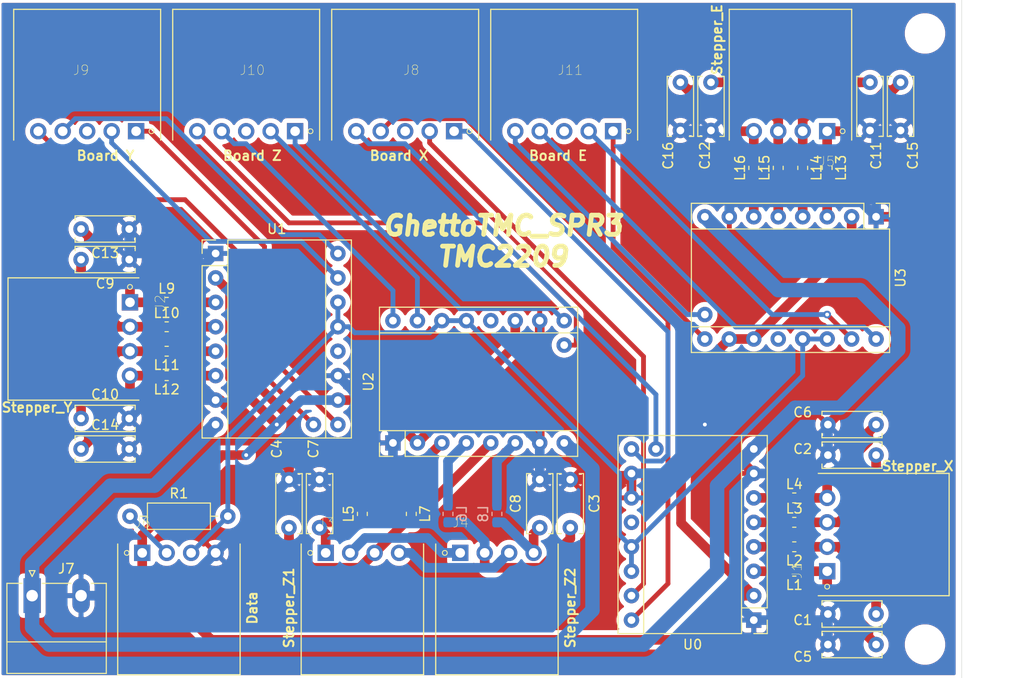
<source format=kicad_pcb>
(kicad_pcb (version 20171130) (host pcbnew "(5.1.5)-3")
  (layers (0 F.Cu signal) (31 B.Cu signal) (34 B.Paste user hide) (35 F.Paste user hide) (36 B.SilkS user hide) (37 F.SilkS user) (38 B.Mask user hide) (39 F.Mask user hide) (44 Edge.Cuts user hide))
  (net 0 "")
  (net 1 X_1a)
  (net 2 GND)
  (net 3 X_2a)
  (net 4 Z_1a)
  (net 5 Z_2a)
  (net 6 X_1b)
  (net 7 X_2b)
  (net 8 Z_1b)
  (net 9 Z_2b)
  (net 10 Y_1a)
  (net 11 Y_2a)
  (net 12 E_1a)
  (net 13 E_2a)
  (net 14 Y_1b)
  (net 15 Y_2b)
  (net 16 E_1b)
  (net 17 E_2b)
  (net 18 "Net-(J3-Pad2)")
  (net 19 "Net-(J3-Pad4)")
  (net 20 +5V)
  (net 21 "Net-(J6-Pad2)")
  (net 22 UART)
  (net 23 +24V)
  (net 24 X_EN)
  (net 25 X_STEP)
  (net 26 "Net-(J8-Pad3)")
  (net 27 X_DIR)
  (net 28 X_DIAG)
  (net 29 Y_EN)
  (net 30 Y_STEP)
  (net 31 "Net-(J9-Pad3)")
  (net 32 Y_DIR)
  (net 33 Y_DIAG)
  (net 34 Z_EN)
  (net 35 Z_STEP)
  (net 36 "Net-(J10-Pad3)")
  (net 37 Z_DIR)
  (net 38 Z_DIAG)
  (net 39 E_EN)
  (net 40 E_STEP)
  (net 41 "Net-(J11-Pad3)")
  (net 42 E_DIR)
  (net 43 E_DIAG)
  (net 44 "Net-(L1-Pad2)")
  (net 45 "Net-(L2-Pad2)")
  (net 46 "Net-(L3-Pad1)")
  (net 47 "Net-(L4-Pad1)")
  (net 48 "Net-(L5-Pad2)")
  (net 49 "Net-(L6-Pad2)")
  (net 50 "Net-(L7-Pad1)")
  (net 51 "Net-(L8-Pad1)")
  (net 52 "Net-(L9-Pad2)")
  (net 53 "Net-(L10-Pad2)")
  (net 54 "Net-(L11-Pad1)")
  (net 55 "Net-(L12-Pad1)")
  (net 56 "Net-(L13-Pad2)")
  (net 57 "Net-(L14-Pad2)")
  (net 58 "Net-(L15-Pad1)")
  (net 59 "Net-(L16-Pad1)")
  (net 60 "Net-(U0-Pad12)")
  (net 61 "Net-(U1-Pad12)")
  (net 62 "Net-(U2-Pad12)")
  (net 63 "Net-(U3-Pad12)")
  (module MountingHole:MountingHole_3.2mm_M3 (layer F.Cu) (at 166.37 80.01)
    (fp_text reference M2 hide)
    (fp_text value MountingHole_3.2mm_M3)
    (pad 1 np_thru_hole circle (at 0 0) (size 3.2 3.2) (drill 3.2) (layers *.Cu *.Mask))
  )
  (module MountingHole:MountingHole_3.2mm_M3 (layer F.Cu) (at 166.37 143.51)
    (fp_text reference M1 hide)
    (fp_text value MountingHole_3.2mm_M3)
    (pad 1 np_thru_hole circle (at 0 0) (size 3.2 3.2) (drill 3.2) (layers *.Cu *.Mask))
  )
  (module GhettoTMC:SilentStepStick_TMC2209_Breakout (layer F.Cu) (at 161.29 99.06 270)
    (fp_text reference U3 (at 6.35 -2.54 90) (layer F.SilkS))
    (fp_text value SilentStepStick_TMC2209)
    (pad 17 thru_hole oval (at 10.16 17.78 270) (size 1.6 1.6) (drill 0.8) (layers *.Cu *.Mask) (net 43 E_DIAG))
    (pad 1 thru_hole rect (at 0 0 270) (size 1.6 1.6) (drill 0.8) (layers *.Cu *.Mask) (net 2 GND))
    (pad 9 thru_hole oval (at 12.7 17.78 270) (size 1.6 1.6) (drill 0.8) (layers *.Cu *.Mask) (net 39 E_EN))
    (pad 2 thru_hole oval (at 0 2.54 270) (size 1.6 1.6) (drill 0.8) (layers *.Cu *.Mask) (net 20 +5V))
    (pad 10 thru_hole oval (at 12.7 15.24 270) (size 1.6 1.6) (drill 0.8) (layers *.Cu *.Mask) (net 20 +5V))
    (pad 3 thru_hole oval (at 0 5.08 270) (size 1.6 1.6) (drill 0.8) (layers *.Cu *.Mask) (net 56 "Net-(L13-Pad2)"))
    (pad 11 thru_hole oval (at 12.7 12.7 270) (size 1.6 1.6) (drill 0.8) (layers *.Cu *.Mask) (net 20 +5V))
    (pad 4 thru_hole oval (at 0 7.62 270) (size 1.6 1.6) (drill 0.8) (layers *.Cu *.Mask) (net 57 "Net-(L14-Pad2)"))
    (pad 12 thru_hole oval (at 12.7 10.16 270) (size 1.6 1.6) (drill 0.8) (layers *.Cu *.Mask) (net 63 "Net-(U3-Pad12)"))
    (pad 5 thru_hole oval (at 0 10.16 270) (size 1.6 1.6) (drill 0.8) (layers *.Cu *.Mask) (net 58 "Net-(L15-Pad1)"))
    (pad 13 thru_hole oval (at 12.7 7.62 270) (size 1.6 1.6) (drill 0.8) (layers *.Cu *.Mask) (net 22 UART))
    (pad 6 thru_hole oval (at 0 12.7 270) (size 1.6 1.6) (drill 0.8) (layers *.Cu *.Mask) (net 59 "Net-(L16-Pad1)"))
    (pad 14 thru_hole oval (at 12.7 5.08 270) (size 1.6 1.6) (drill 0.8) (layers *.Cu *.Mask) (net 22 UART))
    (pad 7 thru_hole oval (at 0 15.24 270) (size 1.6 1.6) (drill 0.8) (layers *.Cu *.Mask) (net 2 GND))
    (pad 15 thru_hole oval (at 12.7 2.54 270) (size 1.6 1.6) (drill 0.8) (layers *.Cu *.Mask) (net 40 E_STEP))
    (pad 8 thru_hole oval (at 0 17.78 270) (size 1.6 1.6) (drill 0.8) (layers *.Cu *.Mask) (net 23 +24V))
    (pad 16 thru_hole oval (at 12.7 0 270) (size 1.6 1.6) (drill 0.8) (layers *.Cu *.Mask) (net 42 E_DIR) (clearance 0.75))
  )
  (module GhettoTMC:SilentStepStick_TMC2209_Breakout (layer F.Cu) (at 111.125 122.555 90)
    (fp_text reference U2 (at 6.35 -2.54 90) (layer F.SilkS))
    (fp_text value SilentStepStick_TMC2209)
    (pad 17 thru_hole oval (at 10.16 17.78 90) (size 1.6 1.6) (drill 0.8) (layers *.Cu *.Mask) (net 38 Z_DIAG))
    (pad 1 thru_hole rect (at 0 0 90) (size 1.6 1.6) (drill 0.8) (layers *.Cu *.Mask) (net 2 GND))
    (pad 9 thru_hole oval (at 12.7 17.78 90) (size 1.6 1.6) (drill 0.8) (layers *.Cu *.Mask) (net 34 Z_EN))
    (pad 2 thru_hole oval (at 0 2.54 90) (size 1.6 1.6) (drill 0.8) (layers *.Cu *.Mask) (net 20 +5V))
    (pad 10 thru_hole oval (at 12.7 15.24 90) (size 1.6 1.6) (drill 0.8) (layers *.Cu *.Mask) (net 2 GND))
    (pad 3 thru_hole oval (at 0 5.08 90) (size 1.6 1.6) (drill 0.8) (layers *.Cu *.Mask) (net 48 "Net-(L5-Pad2)"))
    (pad 11 thru_hole oval (at 12.7 12.7 90) (size 1.6 1.6) (drill 0.8) (layers *.Cu *.Mask) (net 20 +5V))
    (pad 4 thru_hole oval (at 0 7.62 90) (size 1.6 1.6) (drill 0.8) (layers *.Cu *.Mask) (net 49 "Net-(L6-Pad2)"))
    (pad 12 thru_hole oval (at 12.7 10.16 90) (size 1.6 1.6) (drill 0.8) (layers *.Cu *.Mask) (net 62 "Net-(U2-Pad12)"))
    (pad 5 thru_hole oval (at 0 10.16 90) (size 1.6 1.6) (drill 0.8) (layers *.Cu *.Mask) (net 50 "Net-(L7-Pad1)"))
    (pad 13 thru_hole oval (at 12.7 7.62 90) (size 1.6 1.6) (drill 0.8) (layers *.Cu *.Mask) (net 22 UART))
    (pad 6 thru_hole oval (at 0 12.7 90) (size 1.6 1.6) (drill 0.8) (layers *.Cu *.Mask) (net 51 "Net-(L8-Pad1)"))
    (pad 14 thru_hole oval (at 12.7 5.08 90) (size 1.6 1.6) (drill 0.8) (layers *.Cu *.Mask) (net 22 UART))
    (pad 7 thru_hole oval (at 0 15.24 90) (size 1.6 1.6) (drill 0.8) (layers *.Cu *.Mask) (net 2 GND))
    (pad 15 thru_hole oval (at 12.7 2.54 90) (size 1.6 1.6) (drill 0.8) (layers *.Cu *.Mask) (net 35 Z_STEP))
    (pad 8 thru_hole oval (at 0 17.78 90) (size 1.6 1.6) (drill 0.8) (layers *.Cu *.Mask) (net 23 +24V))
    (pad 16 thru_hole oval (at 12.7 0 90) (size 1.6 1.6) (drill 0.8) (layers *.Cu *.Mask) (net 37 Z_DIR))
  )
  (module GhettoTMC:SilentStepStick_TMC2209_Breakout (layer F.Cu) (at 92.71 102.87)
    (fp_text reference U1 (at 6.35 -2.54) (layer F.SilkS))
    (fp_text value SilentStepStick_TMC2209)
    (pad 17 thru_hole oval (at 10.16 17.78) (size 1.6 1.6) (drill 0.8) (layers *.Cu *.Mask) (net 33 Y_DIAG))
    (pad 1 thru_hole rect (at 0 0) (size 1.6 1.6) (drill 0.8) (layers *.Cu *.Mask) (net 2 GND))
    (pad 9 thru_hole oval (at 12.7 17.78) (size 1.6 1.6) (drill 0.8) (layers *.Cu *.Mask) (net 29 Y_EN))
    (pad 2 thru_hole oval (at 0 2.54) (size 1.6 1.6) (drill 0.8) (layers *.Cu *.Mask) (net 20 +5V))
    (pad 10 thru_hole oval (at 12.7 15.24) (size 1.6 1.6) (drill 0.8) (layers *.Cu *.Mask) (net 20 +5V))
    (pad 3 thru_hole oval (at 0 5.08) (size 1.6 1.6) (drill 0.8) (layers *.Cu *.Mask) (net 52 "Net-(L9-Pad2)"))
    (pad 11 thru_hole oval (at 12.7 12.7) (size 1.6 1.6) (drill 0.8) (layers *.Cu *.Mask) (net 2 GND))
    (pad 4 thru_hole oval (at 0 7.62) (size 1.6 1.6) (drill 0.8) (layers *.Cu *.Mask) (net 53 "Net-(L10-Pad2)"))
    (pad 12 thru_hole oval (at 12.7 10.16) (size 1.6 1.6) (drill 0.8) (layers *.Cu *.Mask) (net 61 "Net-(U1-Pad12)"))
    (pad 5 thru_hole oval (at 0 10.16) (size 1.6 1.6) (drill 0.8) (layers *.Cu *.Mask) (net 54 "Net-(L11-Pad1)"))
    (pad 13 thru_hole oval (at 12.7 7.62) (size 1.6 1.6) (drill 0.8) (layers *.Cu *.Mask) (net 22 UART))
    (pad 6 thru_hole oval (at 0 12.7) (size 1.6 1.6) (drill 0.8) (layers *.Cu *.Mask) (net 55 "Net-(L12-Pad1)"))
    (pad 14 thru_hole oval (at 12.7 5.08) (size 1.6 1.6) (drill 0.8) (layers *.Cu *.Mask) (net 22 UART))
    (pad 7 thru_hole oval (at 0 15.24) (size 1.6 1.6) (drill 0.8) (layers *.Cu *.Mask) (net 2 GND))
    (pad 15 thru_hole oval (at 12.7 2.54) (size 1.6 1.6) (drill 0.8) (layers *.Cu *.Mask) (net 30 Y_STEP))
    (pad 8 thru_hole oval (at 0 17.78) (size 1.6 1.6) (drill 0.8) (layers *.Cu *.Mask) (net 23 +24V))
    (pad 16 thru_hole oval (at 12.7 0) (size 1.6 1.6) (drill 0.8) (layers *.Cu *.Mask) (net 32 Y_DIR))
  )
  (module GhettoTMC:SilentStepStick_TMC2209_Breakout (layer F.Cu) (at 148.59 140.97 180)
    (fp_text reference U0 (at 6.35 -2.54) (layer F.SilkS))
    (fp_text value SilentStepStick_TMC2209)
    (pad 17 thru_hole oval (at 10.16 17.78 180) (size 1.6 1.6) (drill 0.8) (layers *.Cu *.Mask) (net 28 X_DIAG))
    (pad 1 thru_hole rect (at 0 0 180) (size 1.6 1.6) (drill 0.8) (layers *.Cu *.Mask) (net 2 GND))
    (pad 9 thru_hole oval (at 12.7 17.78 180) (size 1.6 1.6) (drill 0.8) (layers *.Cu *.Mask) (net 24 X_EN))
    (pad 2 thru_hole oval (at 0 2.54 180) (size 1.6 1.6) (drill 0.8) (layers *.Cu *.Mask) (net 20 +5V))
    (pad 10 thru_hole oval (at 12.7 15.24 180) (size 1.6 1.6) (drill 0.8) (layers *.Cu *.Mask) (net 2 GND))
    (pad 3 thru_hole oval (at 0 5.08 180) (size 1.6 1.6) (drill 0.8) (layers *.Cu *.Mask) (net 44 "Net-(L1-Pad2)"))
    (pad 11 thru_hole oval (at 12.7 12.7 180) (size 1.6 1.6) (drill 0.8) (layers *.Cu *.Mask) (net 2 GND))
    (pad 4 thru_hole oval (at 0 7.62 180) (size 1.6 1.6) (drill 0.8) (layers *.Cu *.Mask) (net 45 "Net-(L2-Pad2)"))
    (pad 12 thru_hole oval (at 12.7 10.16 180) (size 1.6 1.6) (drill 0.8) (layers *.Cu *.Mask) (net 60 "Net-(U0-Pad12)"))
    (pad 5 thru_hole oval (at 0 10.16 180) (size 1.6 1.6) (drill 0.8) (layers *.Cu *.Mask) (net 46 "Net-(L3-Pad1)"))
    (pad 13 thru_hole oval (at 12.7 7.62 180) (size 1.6 1.6) (drill 0.8) (layers *.Cu *.Mask) (net 22 UART))
    (pad 6 thru_hole oval (at 0 12.7 180) (size 1.6 1.6) (drill 0.8) (layers *.Cu *.Mask) (net 47 "Net-(L4-Pad1)"))
    (pad 14 thru_hole oval (at 12.7 5.08 180) (size 1.6 1.6) (drill 0.8) (layers *.Cu *.Mask) (net 22 UART))
    (pad 7 thru_hole oval (at 0 15.24 180) (size 1.6 1.6) (drill 0.8) (layers *.Cu *.Mask) (net 2 GND))
    (pad 15 thru_hole oval (at 12.7 2.54 180) (size 1.6 1.6) (drill 0.8) (layers *.Cu *.Mask) (net 25 X_STEP))
    (pad 8 thru_hole oval (at 0 17.78 180) (size 1.6 1.6) (drill 0.8) (layers *.Cu *.Mask) (net 23 +24V))
    (pad 16 thru_hole oval (at 12.7 0 180) (size 1.6 1.6) (drill 0.8) (layers *.Cu *.Mask) (net 27 X_DIR) (clearance 0.75))
  )
  (module Resistor_THT:R_Axial_DIN0207_L6.3mm_D2.5mm_P10.16mm_Horizontal (layer F.Cu) (at 83.82 130.175)
    (fp_text reference R1 (at 5.08 -2.37) (layer F.SilkS))
    (fp_text value 1K)
    (pad 2 thru_hole oval (at 10.16 0) (size 1.6 1.6) (drill 0.8) (layers *.Cu *.Mask) (net 22 UART))
    (pad 1 thru_hole circle (at 0 0) (size 1.6 1.6) (drill 0.8) (layers *.Cu *.Mask) (net 21 "Net-(J6-Pad2)"))
  )
  (module Inductor_SMD:L_0603_1608Metric_Pad1.05x0.95mm_HandSolder (layer F.Cu) (at 148.59 93.98 90)
    (fp_text reference L16 (at 0 -1.43 90) (layer F.SilkS))
    (fp_text value BLM18KG121TN1D)
    (pad 2 smd roundrect (at 0.875 0 90) (size 1.05 0.95) (layers F.Cu F.Paste F.Mask) (net 17 E_2b))
    (pad 1 smd roundrect (at -0.875 0 90) (size 1.05 0.95) (layers F.Cu F.Paste F.Mask) (net 59 "Net-(L16-Pad1)"))
  )
  (module Inductor_SMD:L_0603_1608Metric_Pad1.05x0.95mm_HandSolder (layer F.Cu) (at 151.13 93.98 90)
    (fp_text reference L15 (at 0 -1.43 90) (layer F.SilkS))
    (fp_text value BLM18KG121TN1D)
    (pad 2 smd roundrect (at 0.875 0 90) (size 1.05 0.95) (layers F.Cu F.Paste F.Mask) (net 13 E_2a))
    (pad 1 smd roundrect (at -0.875 0 90) (size 1.05 0.95) (layers F.Cu F.Paste F.Mask) (net 58 "Net-(L15-Pad1)"))
  )
  (module Inductor_SMD:L_0603_1608Metric_Pad1.05x0.95mm_HandSolder (layer F.Cu) (at 153.67 93.98 270)
    (fp_text reference L14 (at 0 -1.43 90) (layer F.SilkS))
    (fp_text value BLM18KG121TN1D)
    (pad 2 smd roundrect (at 0.875 0 270) (size 1.05 0.95) (layers F.Cu F.Paste F.Mask) (net 57 "Net-(L14-Pad2)"))
    (pad 1 smd roundrect (at -0.875 0 270) (size 1.05 0.95) (layers F.Cu F.Paste F.Mask) (net 12 E_1a))
  )
  (module Inductor_SMD:L_0603_1608Metric_Pad1.05x0.95mm_HandSolder (layer F.Cu) (at 156.21 93.98 270)
    (fp_text reference L13 (at 0 -1.43 90) (layer F.SilkS))
    (fp_text value BLM18KG121TN1D)
    (pad 2 smd roundrect (at 0.875 0 270) (size 1.05 0.95) (layers F.Cu F.Paste F.Mask) (net 56 "Net-(L13-Pad2)"))
    (pad 1 smd roundrect (at -0.875 0 270) (size 1.05 0.95) (layers F.Cu F.Paste F.Mask) (net 16 E_1b))
  )
  (module Inductor_SMD:L_0603_1608Metric_Pad1.05x0.95mm_HandSolder (layer F.Cu) (at 87.63 115.57 180)
    (fp_text reference L12 (at 0 -1.43) (layer F.SilkS))
    (fp_text value BLM18KG121TN1D)
    (pad 2 smd roundrect (at 0.875 0 180) (size 1.05 0.95) (layers F.Cu F.Paste F.Mask) (net 15 Y_2b))
    (pad 1 smd roundrect (at -0.875 0 180) (size 1.05 0.95) (layers F.Cu F.Paste F.Mask) (net 55 "Net-(L12-Pad1)"))
  )
  (module Inductor_SMD:L_0603_1608Metric_Pad1.05x0.95mm_HandSolder (layer F.Cu) (at 87.63 113.03 180)
    (fp_text reference L11 (at 0 -1.43) (layer F.SilkS))
    (fp_text value BLM18KG121TN1D)
    (pad 2 smd roundrect (at 0.875 0 180) (size 1.05 0.95) (layers F.Cu F.Paste F.Mask) (net 11 Y_2a))
    (pad 1 smd roundrect (at -0.875 0 180) (size 1.05 0.95) (layers F.Cu F.Paste F.Mask) (net 54 "Net-(L11-Pad1)"))
  )
  (module Inductor_SMD:L_0603_1608Metric_Pad1.05x0.95mm_HandSolder (layer F.Cu) (at 87.63 110.49)
    (fp_text reference L10 (at 0 -1.43) (layer F.SilkS))
    (fp_text value BLM18KG121TN1D)
    (pad 2 smd roundrect (at 0.875 0) (size 1.05 0.95) (layers F.Cu F.Paste F.Mask) (net 53 "Net-(L10-Pad2)"))
    (pad 1 smd roundrect (at -0.875 0) (size 1.05 0.95) (layers F.Cu F.Paste F.Mask) (net 10 Y_1a))
  )
  (module Inductor_SMD:L_0603_1608Metric_Pad1.05x0.95mm_HandSolder (layer F.Cu) (at 87.63 107.95)
    (fp_text reference L9 (at 0 -1.43) (layer F.SilkS))
    (fp_text value BLM18KG121TN1D)
    (pad 2 smd roundrect (at 0.875 0) (size 1.05 0.95) (layers F.Cu F.Paste F.Mask) (net 52 "Net-(L9-Pad2)"))
    (pad 1 smd roundrect (at -0.875 0) (size 1.05 0.95) (layers F.Cu F.Paste F.Mask) (net 14 Y_1b))
  )
  (module Inductor_SMD:L_0603_1608Metric_Pad1.05x0.95mm_HandSolder (layer B.Cu) (at 121.92 129.935 270)
    (fp_text reference L8 (at 0 1.43 270) (layer B.SilkS) (effects (justify mirror)))
    (fp_text value BLM18KG121TN1D)
    (pad 2 smd roundrect (at 0.875 0 270) (size 1.05 0.95) (layers B.Cu B.Paste B.Mask) (net 9 Z_2b))
    (pad 1 smd roundrect (at -0.875 0 270) (size 1.05 0.95) (layers B.Cu B.Paste B.Mask) (net 51 "Net-(L8-Pad1)"))
  )
  (module Inductor_SMD:L_0603_1608Metric_Pad1.05x0.95mm_HandSolder (layer F.Cu) (at 113.03 129.935 270)
    (fp_text reference L7 (at 0 -1.43 90) (layer F.SilkS))
    (fp_text value BLM18KG121TN1D)
    (pad 2 smd roundrect (at 0.875 0 270) (size 1.05 0.95) (layers F.Cu F.Paste F.Mask) (net 5 Z_2a))
    (pad 1 smd roundrect (at -0.875 0 270) (size 1.05 0.95) (layers F.Cu F.Paste F.Mask) (net 50 "Net-(L7-Pad1)"))
  )
  (module Inductor_SMD:L_0603_1608Metric_Pad1.05x0.95mm_HandSolder (layer B.Cu) (at 116.84 129.935 90)
    (fp_text reference L6 (at 0 1.43 270) (layer B.SilkS) (effects (justify mirror)))
    (fp_text value BLM18KG121TN1D)
    (pad 2 smd roundrect (at 0.875 0 90) (size 1.05 0.95) (layers B.Cu B.Paste B.Mask) (net 49 "Net-(L6-Pad2)"))
    (pad 1 smd roundrect (at -0.875 0 90) (size 1.05 0.95) (layers B.Cu B.Paste B.Mask) (net 4 Z_1a))
  )
  (module Inductor_SMD:L_0603_1608Metric_Pad1.05x0.95mm_HandSolder (layer F.Cu) (at 107.95 129.935 90)
    (fp_text reference L5 (at 0 -1.43 90) (layer F.SilkS))
    (fp_text value BLM18KG121TN1D)
    (pad 2 smd roundrect (at 0.875 0 90) (size 1.05 0.95) (layers F.Cu F.Paste F.Mask) (net 48 "Net-(L5-Pad2)"))
    (pad 1 smd roundrect (at -0.875 0 90) (size 1.05 0.95) (layers F.Cu F.Paste F.Mask) (net 8 Z_1b))
  )
  (module Inductor_SMD:L_0603_1608Metric_Pad1.05x0.95mm_HandSolder (layer F.Cu) (at 152.795 128.27)
    (fp_text reference L4 (at 0 -1.43) (layer F.SilkS))
    (fp_text value BLM18KG121TN1D)
    (pad 2 smd roundrect (at 0.875 0) (size 1.05 0.95) (layers F.Cu F.Paste F.Mask) (net 7 X_2b))
    (pad 1 smd roundrect (at -0.875 0) (size 1.05 0.95) (layers F.Cu F.Paste F.Mask) (net 47 "Net-(L4-Pad1)"))
  )
  (module Inductor_SMD:L_0603_1608Metric_Pad1.05x0.95mm_HandSolder (layer F.Cu) (at 152.795 130.81)
    (fp_text reference L3 (at 0 -1.43) (layer F.SilkS))
    (fp_text value BLM18KG121TN1D)
    (pad 2 smd roundrect (at 0.875 0) (size 1.05 0.95) (layers F.Cu F.Paste F.Mask) (net 3 X_2a))
    (pad 1 smd roundrect (at -0.875 0) (size 1.05 0.95) (layers F.Cu F.Paste F.Mask) (net 46 "Net-(L3-Pad1)"))
  )
  (module Inductor_SMD:L_0603_1608Metric_Pad1.05x0.95mm_HandSolder (layer F.Cu) (at 152.795 133.35 180)
    (fp_text reference L2 (at 0 -1.43) (layer F.SilkS))
    (fp_text value BLM18KG121TN1D)
    (pad 2 smd roundrect (at 0.875 0 180) (size 1.05 0.95) (layers F.Cu F.Paste F.Mask) (net 45 "Net-(L2-Pad2)"))
    (pad 1 smd roundrect (at -0.875 0 180) (size 1.05 0.95) (layers F.Cu F.Paste F.Mask) (net 1 X_1a))
  )
  (module Inductor_SMD:L_0603_1608Metric_Pad1.05x0.95mm_HandSolder (layer F.Cu) (at 152.795 135.89 180)
    (fp_text reference L1 (at 0 -1.43) (layer F.SilkS))
    (fp_text value BLM18KG121TN1D)
    (pad 2 smd roundrect (at 0.875 0 180) (size 1.05 0.95) (layers F.Cu F.Paste F.Mask) (net 44 "Net-(L1-Pad2)"))
    (pad 1 smd roundrect (at -0.875 0 180) (size 1.05 0.95) (layers F.Cu F.Paste F.Mask) (net 6 X_1b))
  )
  (module GhettoTMC:MOLEX_70553-0039 (layer F.Cu) (at 133.985 90.17 180)
    (fp_text reference J11 (at 4.445 6.35) (layer F.SilkS) (effects (font (size 1.00093 1.00093) (thickness 0.05))))
    (fp_text value "Board E" (at 5.715 -2.54) (layer F.SilkS) (effects (font (size 1.0005 1.0005) (thickness 0.2))))
    (pad 1 thru_hole rect (at 0 0 180) (size 1.7 1.7) (drill 1) (layers *.Cu *.Mask) (net 39 E_EN))
    (pad 2 thru_hole circle (at 2.54 0 180) (size 1.7 1.7) (drill 1) (layers *.Cu *.Mask) (net 40 E_STEP))
    (pad 3 thru_hole circle (at 5.08 0 180) (size 1.7 1.7) (drill 1) (layers *.Cu *.Mask) (net 41 "Net-(J11-Pad3)"))
    (pad 4 thru_hole circle (at 7.62 0 180) (size 1.7 1.7) (drill 1) (layers *.Cu *.Mask) (net 42 E_DIR))
    (pad 5 thru_hole circle (at 10.16 0 180) (size 1.7 1.7) (drill 1) (layers *.Cu *.Mask) (net 43 E_DIAG))
  )
  (module GhettoTMC:MOLEX_70553-0039 (layer F.Cu) (at 100.965 90.17 180)
    (fp_text reference J10 (at 4.445 6.35) (layer F.SilkS) (effects (font (size 1.00093 1.00093) (thickness 0.05))))
    (fp_text value "Board Z" (at 4.445 -2.54) (layer F.SilkS) (effects (font (size 1.0005 1.0005) (thickness 0.2))))
    (pad 1 thru_hole rect (at 0 0 180) (size 1.7 1.7) (drill 1) (layers *.Cu *.Mask) (net 34 Z_EN))
    (pad 2 thru_hole circle (at 2.54 0 180) (size 1.7 1.7) (drill 1) (layers *.Cu *.Mask) (net 35 Z_STEP))
    (pad 3 thru_hole circle (at 5.08 0 180) (size 1.7 1.7) (drill 1) (layers *.Cu *.Mask) (net 36 "Net-(J10-Pad3)"))
    (pad 4 thru_hole circle (at 7.62 0 180) (size 1.7 1.7) (drill 1) (layers *.Cu *.Mask) (net 37 Z_DIR))
    (pad 5 thru_hole circle (at 10.16 0 180) (size 1.7 1.7) (drill 1) (layers *.Cu *.Mask) (net 38 Z_DIAG))
  )
  (module GhettoTMC:MOLEX_70553-0039 (layer F.Cu) (at 84.455 90.17 180)
    (fp_text reference J9 (at 5.715 6.35) (layer F.SilkS) (effects (font (size 1.00093 1.00093) (thickness 0.05))))
    (fp_text value "Board Y" (at 3.175 -2.54) (layer F.SilkS) (effects (font (size 1.0005 1.0005) (thickness 0.2))))
    (pad 1 thru_hole rect (at 0 0 180) (size 1.7 1.7) (drill 1) (layers *.Cu *.Mask) (net 29 Y_EN))
    (pad 2 thru_hole circle (at 2.54 0 180) (size 1.7 1.7) (drill 1) (layers *.Cu *.Mask) (net 30 Y_STEP))
    (pad 3 thru_hole circle (at 5.08 0 180) (size 1.7 1.7) (drill 1) (layers *.Cu *.Mask) (net 31 "Net-(J9-Pad3)"))
    (pad 4 thru_hole circle (at 7.62 0 180) (size 1.7 1.7) (drill 1) (layers *.Cu *.Mask) (net 32 Y_DIR))
    (pad 5 thru_hole circle (at 10.16 0 180) (size 1.7 1.7) (drill 1) (layers *.Cu *.Mask) (net 33 Y_DIAG))
  )
  (module GhettoTMC:MOLEX_70553-0039 (layer F.Cu) (at 117.475 90.17 180)
    (fp_text reference J8 (at 4.445 6.35) (layer F.SilkS) (effects (font (size 1.00093 1.00093) (thickness 0.05))))
    (fp_text value "Board X" (at 5.715 -2.54) (layer F.SilkS) (effects (font (size 1.0005 1.0005) (thickness 0.2))))
    (pad 1 thru_hole rect (at 0 0 180) (size 1.7 1.7) (drill 1) (layers *.Cu *.Mask) (net 24 X_EN))
    (pad 2 thru_hole circle (at 2.54 0 180) (size 1.7 1.7) (drill 1) (layers *.Cu *.Mask) (net 25 X_STEP))
    (pad 3 thru_hole circle (at 5.08 0 180) (size 1.7 1.7) (drill 1) (layers *.Cu *.Mask) (net 26 "Net-(J8-Pad3)"))
    (pad 4 thru_hole circle (at 7.62 0 180) (size 1.7 1.7) (drill 1) (layers *.Cu *.Mask) (net 27 X_DIR))
    (pad 5 thru_hole circle (at 10.16 0 180) (size 1.7 1.7) (drill 1) (layers *.Cu *.Mask) (net 28 X_DIAG))
  )
  (module GhettoTMC:PhoenixContact_MC-G_02x5.08mm_Angled (layer F.Cu) (at 73.66 138.43)
    (fp_text reference J7 (at 3.54 -2.8) (layer F.SilkS))
    (fp_text value "POWER IN")
    (pad 2 thru_hole oval (at 5.08 0) (size 1.8 3.6) (drill 1.2) (layers *.Cu *.Mask) (net 2 GND))
    (pad 1 thru_hole rect (at 0 0) (size 1.8 3.6) (drill 1.2) (layers *.Cu *.Mask) (net 23 +24V))
  )
  (module GhettoTMC:MOLEX_70553-0038 (layer F.Cu) (at 85.09 133.985)
    (fp_text reference J6 (at 0.04003 -3.13792) (layer F.SilkS) (effects (font (size 1.00093 1.00093) (thickness 0.05))))
    (fp_text value Data (at 11.43 5.715 90) (layer F.SilkS) (effects (font (size 1.0005 1.0005) (thickness 0.2))))
    (pad 1 thru_hole rect (at 0 0) (size 1.7 1.7) (drill 1) (layers *.Cu *.Mask) (net 20 +5V))
    (pad 2 thru_hole circle (at 2.54 0) (size 1.7 1.7) (drill 1) (layers *.Cu *.Mask) (net 21 "Net-(J6-Pad2)"))
    (pad 3 thru_hole circle (at 5.08 0) (size 1.7 1.7) (drill 1) (layers *.Cu *.Mask) (net 22 UART))
    (pad 4 thru_hole circle (at 7.62 0) (size 1.7 1.7) (drill 1) (layers *.Cu *.Mask) (net 2 GND))
  )
  (module GhettoTMC:MOLEX_70553-0038 (layer F.Cu) (at 156.21 90.17 180)
    (fp_text reference J5 (at 0.04003 -3.13792) (layer F.SilkS) (effects (font (size 1.00093 1.00093) (thickness 0.05))))
    (fp_text value Stepper_E (at 11.43 9.525 90) (layer F.SilkS) (effects (font (size 1.0005 1.0005) (thickness 0.2))))
    (pad 1 thru_hole rect (at 0 0 180) (size 1.7 1.7) (drill 1) (layers *.Cu *.Mask) (net 16 E_1b))
    (pad 2 thru_hole circle (at 2.54 0 180) (size 1.7 1.7) (drill 1) (layers *.Cu *.Mask) (net 12 E_1a))
    (pad 3 thru_hole circle (at 5.08 0 180) (size 1.7 1.7) (drill 1) (layers *.Cu *.Mask) (net 13 E_2a))
    (pad 4 thru_hole circle (at 7.62 0 180) (size 1.7 1.7) (drill 1) (layers *.Cu *.Mask) (net 17 E_2b))
  )
  (module GhettoTMC:MOLEX_70553-0038 (layer F.Cu) (at 118.11 133.985)
    (fp_text reference J4 (at 0.04003 -3.13792) (layer F.SilkS) (effects (font (size 1.00093 1.00093) (thickness 0.05))))
    (fp_text value Stepper_Z2 (at 11.43 5.715 90) (layer F.SilkS) (effects (font (size 1.0005 1.0005) (thickness 0.2))))
    (pad 1 thru_hole rect (at 0 0) (size 1.7 1.7) (drill 1) (layers *.Cu *.Mask) (net 18 "Net-(J3-Pad2)"))
    (pad 2 thru_hole circle (at 2.54 0) (size 1.7 1.7) (drill 1) (layers *.Cu *.Mask) (net 4 Z_1a))
    (pad 3 thru_hole circle (at 5.08 0) (size 1.7 1.7) (drill 1) (layers *.Cu *.Mask) (net 19 "Net-(J3-Pad4)"))
    (pad 4 thru_hole circle (at 7.62 0) (size 1.7 1.7) (drill 1) (layers *.Cu *.Mask) (net 9 Z_2b))
  )
  (module GhettoTMC:MOLEX_70553-0038 (layer F.Cu) (at 104.14 133.985)
    (fp_text reference J3 (at 0.04003 -3.13792) (layer F.SilkS) (effects (font (size 1.00093 1.00093) (thickness 0.05))))
    (fp_text value Stepper_Z1 (at -3.81 5.715 90) (layer F.SilkS) (effects (font (size 1.0005 1.0005) (thickness 0.2))))
    (pad 1 thru_hole rect (at 0 0) (size 1.7 1.7) (drill 1) (layers *.Cu *.Mask) (net 8 Z_1b))
    (pad 2 thru_hole circle (at 2.54 0) (size 1.7 1.7) (drill 1) (layers *.Cu *.Mask) (net 18 "Net-(J3-Pad2)"))
    (pad 3 thru_hole circle (at 5.08 0) (size 1.7 1.7) (drill 1) (layers *.Cu *.Mask) (net 5 Z_2a))
    (pad 4 thru_hole circle (at 7.62 0) (size 1.7 1.7) (drill 1) (layers *.Cu *.Mask) (net 19 "Net-(J3-Pad4)"))
  )
  (module GhettoTMC:MOLEX_70553-0038 (layer F.Cu) (at 83.82 107.95 270)
    (fp_text reference J2 (at 0.04003 -3.13792 90) (layer F.SilkS) (effects (font (size 1.00093 1.00093) (thickness 0.05))))
    (fp_text value Stepper_Y (at 10.922 9.652 180) (layer F.SilkS) (effects (font (size 1.0005 1.0005) (thickness 0.2))))
    (pad 1 thru_hole rect (at 0 0 270) (size 1.7 1.7) (drill 1) (layers *.Cu *.Mask) (net 14 Y_1b))
    (pad 2 thru_hole circle (at 2.54 0 270) (size 1.7 1.7) (drill 1) (layers *.Cu *.Mask) (net 10 Y_1a))
    (pad 3 thru_hole circle (at 5.08 0 270) (size 1.7 1.7) (drill 1) (layers *.Cu *.Mask) (net 11 Y_2a))
    (pad 4 thru_hole circle (at 7.62 0 270) (size 1.7 1.7) (drill 1) (layers *.Cu *.Mask) (net 15 Y_2b))
  )
  (module GhettoTMC:MOLEX_70553-0038 (layer F.Cu) (at 156.21 135.89 90)
    (fp_text reference J1 (at 0.04003 -3.13792 90) (layer F.SilkS) (effects (font (size 1.00093 1.00093) (thickness 0.05))))
    (fp_text value Stepper_X (at 10.922 9.398 180) (layer F.SilkS) (effects (font (size 1.0005 1.0005) (thickness 0.2))))
    (pad 1 thru_hole rect (at 0 0 90) (size 1.7 1.7) (drill 1) (layers *.Cu *.Mask) (net 6 X_1b))
    (pad 2 thru_hole circle (at 2.54 0 90) (size 1.7 1.7) (drill 1) (layers *.Cu *.Mask) (net 1 X_1a))
    (pad 3 thru_hole circle (at 5.08 0 90) (size 1.7 1.7) (drill 1) (layers *.Cu *.Mask) (net 3 X_2a))
    (pad 4 thru_hole circle (at 7.62 0 90) (size 1.7 1.7) (drill 1) (layers *.Cu *.Mask) (net 7 X_2b))
  )
  (module Capacitor_THT:C_Disc_D6.0mm_W2.5mm_P5.00mm (layer F.Cu) (at 140.97 85.09 270)
    (fp_text reference C16 (at 7.62 1.27 90) (layer F.SilkS))
    (fp_text value 1nF)
    (pad 2 thru_hole circle (at 5 0 270) (size 1.6 1.6) (drill 0.8) (layers *.Cu *.Mask) (net 2 GND))
    (pad 1 thru_hole circle (at 0 0 270) (size 1.6 1.6) (drill 0.8) (layers *.Cu *.Mask) (net 17 E_2b))
  )
  (module Capacitor_THT:C_Disc_D6.0mm_W2.5mm_P5.00mm (layer F.Cu) (at 163.83 90.09 90)
    (fp_text reference C15 (at -2.62 1.27 90) (layer F.SilkS))
    (fp_text value 1nF)
    (pad 2 thru_hole circle (at 5 0 90) (size 1.6 1.6) (drill 0.8) (layers *.Cu *.Mask) (net 16 E_1b))
    (pad 1 thru_hole circle (at 0 0 90) (size 1.6 1.6) (drill 0.8) (layers *.Cu *.Mask) (net 2 GND))
  )
  (module Capacitor_THT:C_Disc_D6.0mm_W2.5mm_P5.00mm (layer F.Cu) (at 78.74 123.19)
    (fp_text reference C14 (at 2.5 -2.5) (layer F.SilkS))
    (fp_text value 1nF)
    (pad 2 thru_hole circle (at 5 0) (size 1.6 1.6) (drill 0.8) (layers *.Cu *.Mask) (net 2 GND))
    (pad 1 thru_hole circle (at 0 0) (size 1.6 1.6) (drill 0.8) (layers *.Cu *.Mask) (net 15 Y_2b))
  )
  (module Capacitor_THT:C_Disc_D6.0mm_W2.5mm_P5.00mm (layer F.Cu) (at 83.74 100.33 180)
    (fp_text reference C13 (at 2.5 -2.5) (layer F.SilkS))
    (fp_text value 1nF)
    (pad 2 thru_hole circle (at 5 0 180) (size 1.6 1.6) (drill 0.8) (layers *.Cu *.Mask) (net 14 Y_1b))
    (pad 1 thru_hole circle (at 0 0 180) (size 1.6 1.6) (drill 0.8) (layers *.Cu *.Mask) (net 2 GND))
  )
  (module Capacitor_THT:C_Disc_D6.0mm_W2.5mm_P5.00mm (layer F.Cu) (at 144.145 85.09 270)
    (fp_text reference C12 (at 7.62 0.635 90) (layer F.SilkS))
    (fp_text value 1nF)
    (pad 2 thru_hole circle (at 5 0 270) (size 1.6 1.6) (drill 0.8) (layers *.Cu *.Mask) (net 2 GND))
    (pad 1 thru_hole circle (at 0 0 270) (size 1.6 1.6) (drill 0.8) (layers *.Cu *.Mask) (net 13 E_2a))
  )
  (module Capacitor_THT:C_Disc_D6.0mm_W2.5mm_P5.00mm (layer F.Cu) (at 160.655 90.09 90)
    (fp_text reference C11 (at -2.62 0.635 90) (layer F.SilkS))
    (fp_text value 1nF)
    (pad 2 thru_hole circle (at 5 0 90) (size 1.6 1.6) (drill 0.8) (layers *.Cu *.Mask) (net 12 E_1a))
    (pad 1 thru_hole circle (at 0 0 90) (size 1.6 1.6) (drill 0.8) (layers *.Cu *.Mask) (net 2 GND))
  )
  (module Capacitor_THT:C_Disc_D6.0mm_W2.5mm_P5.00mm (layer F.Cu) (at 78.74 120.015)
    (fp_text reference C10 (at 2.5 -2.5) (layer F.SilkS))
    (fp_text value 1nF)
    (pad 2 thru_hole circle (at 5 0) (size 1.6 1.6) (drill 0.8) (layers *.Cu *.Mask) (net 2 GND))
    (pad 1 thru_hole circle (at 0 0) (size 1.6 1.6) (drill 0.8) (layers *.Cu *.Mask) (net 11 Y_2a))
  )
  (module Capacitor_THT:C_Disc_D6.0mm_W2.5mm_P5.00mm (layer F.Cu) (at 83.74 103.505 180)
    (fp_text reference C9 (at 2.5 -2.5) (layer F.SilkS))
    (fp_text value 1nF)
    (pad 2 thru_hole circle (at 5 0 180) (size 1.6 1.6) (drill 0.8) (layers *.Cu *.Mask) (net 10 Y_1a))
    (pad 1 thru_hole circle (at 0 0 180) (size 1.6 1.6) (drill 0.8) (layers *.Cu *.Mask) (net 2 GND))
  )
  (module Capacitor_THT:C_Disc_D6.0mm_W2.5mm_P5.00mm (layer F.Cu) (at 126.365 131.365 90)
    (fp_text reference C8 (at 2.5 -2.5 90) (layer F.SilkS))
    (fp_text value 1nF)
    (pad 2 thru_hole circle (at 5 0 90) (size 1.6 1.6) (drill 0.8) (layers *.Cu *.Mask) (net 2 GND))
    (pad 1 thru_hole circle (at 0 0 90) (size 1.6 1.6) (drill 0.8) (layers *.Cu *.Mask) (net 9 Z_2b))
  )
  (module Capacitor_THT:C_Disc_D6.0mm_W2.5mm_P5.00mm (layer F.Cu) (at 103.505 126.365 270)
    (fp_text reference C7 (at -3.175 0.635 90) (layer F.SilkS))
    (fp_text value 1nF)
    (pad 2 thru_hole circle (at 5 0 270) (size 1.6 1.6) (drill 0.8) (layers *.Cu *.Mask) (net 8 Z_1b))
    (pad 1 thru_hole circle (at 0 0 270) (size 1.6 1.6) (drill 0.8) (layers *.Cu *.Mask) (net 2 GND))
  )
  (module Capacitor_THT:C_Disc_D6.0mm_W2.5mm_P5.00mm (layer F.Cu) (at 161.29 120.65 180)
    (fp_text reference C6 (at 7.62 1.27) (layer F.SilkS))
    (fp_text value 1nF)
    (pad 2 thru_hole circle (at 5 0 180) (size 1.6 1.6) (drill 0.8) (layers *.Cu *.Mask) (net 2 GND))
    (pad 1 thru_hole circle (at 0 0 180) (size 1.6 1.6) (drill 0.8) (layers *.Cu *.Mask) (net 7 X_2b))
  )
  (module Capacitor_THT:C_Disc_D6.0mm_W2.5mm_P5.00mm (layer F.Cu) (at 156.29 143.51)
    (fp_text reference C5 (at -2.62 1.27) (layer F.SilkS))
    (fp_text value 1nF)
    (pad 2 thru_hole circle (at 5 0) (size 1.6 1.6) (drill 0.8) (layers *.Cu *.Mask) (net 6 X_1b))
    (pad 1 thru_hole circle (at 0 0) (size 1.6 1.6) (drill 0.8) (layers *.Cu *.Mask) (net 2 GND))
  )
  (module Capacitor_THT:C_Disc_D6.0mm_W2.5mm_P5.00mm (layer F.Cu) (at 100.33 131.365 90)
    (fp_text reference C4 (at 8.175 -1.27 90) (layer F.SilkS))
    (fp_text value 1nF)
    (pad 1 thru_hole circle (at 0 0 90) (size 1.6 1.6) (drill 0.8) (layers *.Cu *.Mask) (net 5 Z_2a))
    (pad 2 thru_hole circle (at 5 0 90) (size 1.6 1.6) (drill 0.8) (layers *.Cu *.Mask) (net 2 GND))
  )
  (module Capacitor_THT:C_Disc_D6.0mm_W2.5mm_P5.00mm (layer F.Cu) (at 129.54 126.365 270)
    (fp_text reference C3 (at 2.5 -2.5 90) (layer F.SilkS))
    (fp_text value 1nF)
    (pad 2 thru_hole circle (at 5 0 270) (size 1.6 1.6) (drill 0.8) (layers *.Cu *.Mask) (net 4 Z_1a) (clearance 0.75))
    (pad 1 thru_hole circle (at 0 0 270) (size 1.6 1.6) (drill 0.8) (layers *.Cu *.Mask) (net 2 GND) (clearance 0.75))
  )
  (module Capacitor_THT:C_Disc_D6.0mm_W2.5mm_P5.00mm (layer F.Cu) (at 161.29 123.825 180)
    (fp_text reference C2 (at 7.62 0.635) (layer F.SilkS))
    (fp_text value 1nF)
    (pad 2 thru_hole circle (at 5 0 180) (size 1.6 1.6) (drill 0.8) (layers *.Cu *.Mask) (net 2 GND))
    (pad 1 thru_hole circle (at 0 0 180) (size 1.6 1.6) (drill 0.8) (layers *.Cu *.Mask) (net 3 X_2a))
  )
  (module Capacitor_THT:C_Disc_D6.0mm_W2.5mm_P5.00mm (layer F.Cu) (at 156.29 140.335)
    (fp_text reference C1 (at -2.62 0.635) (layer F.SilkS))
    (fp_text value 1nF)
    (pad 2 thru_hole circle (at 5 0) (size 1.6 1.6) (drill 0.8) (layers *.Cu *.Mask) (net 1 X_1a))
    (pad 1 thru_hole circle (at 0 0) (size 1.6 1.6) (drill 0.8) (layers *.Cu *.Mask) (net 2 GND))
  )
  (gr_text "GhettoTMC_SPR3\nTMC2209" (at 122.555 101.6) (layer F.SilkS) (effects (font (size 2 2) (thickness 0.5) italic)))
  (gr_line (start 69.85 147.32) (end 69.85 76.2) (layer Edge.Cuts) (width 0.05))
  (gr_line (start 170.18 147.32) (end 69.85 147.32) (layer Edge.Cuts) (width 0.05))
  (gr_line (start 170.18 76.2) (end 170.18 147.32) (layer Edge.Cuts) (width 0.05))
  (gr_line (start 69.85 76.2) (end 170.18 76.2) (layer Edge.Cuts) (width 0.05))
  (segment (start 153.67 133.35) (end 156.21 133.35) (width 1) (layer F.Cu) (net 1))
  (segment (start 161.29 139.20363) (end 161.29 140.335) (width 1) (layer F.Cu) (net 1))
  (segment (start 161.29 137.227919) (end 161.29 139.20363) (width 1) (layer F.Cu) (net 1))
  (segment (start 157.412081 133.35) (end 161.29 137.227919) (width 1) (layer F.Cu) (net 1))
  (segment (start 156.21 133.35) (end 157.412081 133.35) (width 1) (layer F.Cu) (net 1))
  (segment (start 146.05 91.995) (end 144.145 90.09) (width 1) (layer B.Cu) (net 2))
  (segment (start 146.05 99.06) (end 146.05 91.995) (width 1) (layer B.Cu) (net 2))
  (segment (start 144.145 90.09) (end 140.97 90.09) (width 1) (layer B.Cu) (net 2))
  (segment (start 161.29 90.725) (end 160.655 90.09) (width 1) (layer B.Cu) (net 2))
  (segment (start 161.29 99.06) (end 161.29 90.725) (width 1) (layer B.Cu) (net 2))
  (segment (start 160.655 90.09) (end 163.83 90.09) (width 1) (layer B.Cu) (net 2))
  (segment (start 154.385 125.73) (end 156.29 123.825) (width 1) (layer B.Cu) (net 2))
  (segment (start 148.59 125.73) (end 154.385 125.73) (width 1) (layer B.Cu) (net 2))
  (segment (start 156.29 123.825) (end 156.29 120.65) (width 1) (layer B.Cu) (net 2))
  (segment (start 155.655 140.97) (end 156.29 140.335) (width 1) (layer B.Cu) (net 2))
  (segment (start 148.59 140.97) (end 155.655 140.97) (width 1) (layer B.Cu) (net 2))
  (segment (start 156.29 140.335) (end 156.29 143.51) (width 1) (layer B.Cu) (net 2))
  (segment (start 126.365 122.555) (end 126.365 126.365) (width 1) (layer B.Cu) (net 2))
  (segment (start 126.365 126.365) (end 129.54 126.365) (width 1) (layer B.Cu) (net 2))
  (segment (start 109.115 126.365) (end 104.63637 126.365) (width 1) (layer B.Cu) (net 2))
  (segment (start 104.63637 126.365) (end 103.505 126.365) (width 1) (layer B.Cu) (net 2))
  (segment (start 111.125 124.355) (end 109.115 126.365) (width 1) (layer B.Cu) (net 2))
  (segment (start 111.125 122.555) (end 111.125 124.355) (width 1) (layer B.Cu) (net 2))
  (segment (start 103.505 126.365) (end 100.33 126.365) (width 1) (layer B.Cu) (net 2))
  (segment (start 85.645 118.11) (end 83.74 120.015) (width 1) (layer B.Cu) (net 2))
  (segment (start 92.71 118.11) (end 85.645 118.11) (width 1) (layer B.Cu) (net 2))
  (segment (start 84.375 102.87) (end 83.74 103.505) (width 1) (layer B.Cu) (net 2))
  (segment (start 92.71 102.87) (end 84.375 102.87) (width 1) (layer B.Cu) (net 2))
  (segment (start 83.74 103.505) (end 83.74 100.33) (width 1) (layer B.Cu) (net 2))
  (segment (start 88.265 138.43) (end 92.71 133.985) (width 1) (layer B.Cu) (net 2))
  (segment (start 78.74 138.43) (end 88.265 138.43) (width 1) (layer B.Cu) (net 2))
  (segment (start 92.71 133.985) (end 100.33 126.365) (width 1) (layer B.Cu) (net 2))
  (segment (start 93.20637 118.11) (end 92.71 118.11) (width 1) (layer F.Cu) (net 2))
  (segment (start 100.33 125.23363) (end 93.20637 118.11) (width 1) (layer F.Cu) (net 2))
  (segment (start 100.33 126.365) (end 100.33 125.23363) (width 1) (layer F.Cu) (net 2))
  (segment (start 91.209999 104.370001) (end 92.71 102.87) (width 1) (layer B.Cu) (net 2))
  (segment (start 91.209999 116.609999) (end 91.209999 104.370001) (width 1) (layer B.Cu) (net 2))
  (segment (start 92.71 118.11) (end 91.209999 116.609999) (width 1) (layer B.Cu) (net 2))
  (segment (start 112.625001 121.054999) (end 124.864999 121.054999) (width 1) (layer B.Cu) (net 2))
  (segment (start 125.565001 121.755001) (end 126.365 122.555) (width 1) (layer B.Cu) (net 2))
  (segment (start 124.864999 121.054999) (end 125.565001 121.755001) (width 1) (layer B.Cu) (net 2))
  (segment (start 111.125 122.555) (end 112.625001 121.054999) (width 1) (layer B.Cu) (net 2))
  (segment (start 135.89 128.27) (end 135.89 125.73) (width 1) (layer F.Cu) (net 2))
  (segment (start 135.255 126.365) (end 135.89 125.73) (width 1) (layer F.Cu) (net 2))
  (segment (start 129.54 126.365) (end 135.255 126.365) (width 1) (layer F.Cu) (net 2))
  (segment (start 147.089999 139.469999) (end 148.59 140.97) (width 1) (layer B.Cu) (net 2))
  (segment (start 147.089999 127.230001) (end 147.089999 139.469999) (width 1) (layer B.Cu) (net 2))
  (segment (start 148.59 125.73) (end 147.089999 127.230001) (width 1) (layer B.Cu) (net 2))
  (segment (start 163.340001 99.310001) (end 163.09 99.06) (width 1) (layer F.Cu) (net 2))
  (segment (start 163.340001 113.599999) (end 163.340001 99.310001) (width 1) (layer F.Cu) (net 2))
  (segment (start 163.09 99.06) (end 161.29 99.06) (width 1) (layer F.Cu) (net 2))
  (segment (start 156.29 120.65) (end 163.340001 113.599999) (width 1) (layer F.Cu) (net 2))
  (segment (start 159.789999 97.559999) (end 161.29 99.06) (width 1) (layer B.Cu) (net 2))
  (segment (start 146.418631 97.559999) (end 159.789999 97.559999) (width 1) (layer B.Cu) (net 2))
  (segment (start 146.05 97.92863) (end 146.418631 97.559999) (width 1) (layer B.Cu) (net 2))
  (segment (start 146.05 99.06) (end 146.05 97.92863) (width 1) (layer B.Cu) (net 2))
  (segment (start 111.125 121.285) (end 111.125 122.555) (width 1) (layer B.Cu) (net 2))
  (segment (start 105.41 115.57) (end 111.125 121.285) (width 1) (layer B.Cu) (net 2))
  (segment (start 126.365 122.555) (end 126.365 109.855) (width 1) (layer F.Cu) (net 2))
  (via (at 143.51 120.65) (size 0.8) (drill 0.4) (layers F.Cu B.Cu) (net 2))
  (segment (start 148.59 125.73) (end 143.51 120.65) (width 1) (layer F.Cu) (net 2))
  (segment (start 137.02137 125.73) (end 135.89 125.73) (width 1) (layer B.Cu) (net 2))
  (segment (start 139.083518 125.73) (end 137.02137 125.73) (width 1) (layer B.Cu) (net 2))
  (segment (start 143.51 121.303518) (end 139.083518 125.73) (width 1) (layer B.Cu) (net 2))
  (segment (start 143.51 120.65) (end 143.51 121.303518) (width 1) (layer B.Cu) (net 2))
  (segment (start 153.67 130.81) (end 156.21 130.81) (width 1) (layer F.Cu) (net 3))
  (segment (start 156.21 130.81) (end 157.412081 130.81) (width 1) (layer F.Cu) (net 3))
  (segment (start 161.29 126.932081) (end 161.29 123.825) (width 1) (layer F.Cu) (net 3))
  (segment (start 157.412081 130.81) (end 161.29 126.932081) (width 1) (layer F.Cu) (net 3))
  (segment (start 120.65 132.782919) (end 120.65 133.985) (width 1) (layer B.Cu) (net 4))
  (segment (start 118.677081 130.81) (end 120.65 132.782919) (width 1) (layer B.Cu) (net 4))
  (segment (start 116.84 130.81) (end 118.677081 130.81) (width 1) (layer B.Cu) (net 4))
  (segment (start 129.54 132.49637) (end 129.54 131.365) (width 1) (layer F.Cu) (net 4))
  (segment (start 126.501369 135.535001) (end 129.54 132.49637) (width 1) (layer F.Cu) (net 4))
  (segment (start 120.99792 135.535001) (end 126.501369 135.535001) (width 1) (layer F.Cu) (net 4))
  (segment (start 120.65 135.187081) (end 120.99792 135.535001) (width 1) (layer F.Cu) (net 4))
  (segment (start 120.65 133.985) (end 120.65 135.187081) (width 1) (layer F.Cu) (net 4))
  (segment (start 112.395 130.81) (end 109.22 133.985) (width 1) (layer F.Cu) (net 5))
  (segment (start 113.03 130.81) (end 112.395 130.81) (width 1) (layer F.Cu) (net 5))
  (segment (start 100.33 132.49637) (end 100.33 131.365) (width 1) (layer F.Cu) (net 5))
  (segment (start 100.33 133.135002) (end 100.33 132.49637) (width 1) (layer F.Cu) (net 5))
  (segment (start 107.669999 135.535001) (end 102.729999 135.535001) (width 1) (layer F.Cu) (net 5))
  (segment (start 102.729999 135.535001) (end 100.33 133.135002) (width 1) (layer F.Cu) (net 5))
  (segment (start 109.22 133.985) (end 107.669999 135.535001) (width 1) (layer F.Cu) (net 5))
  (segment (start 153.67 135.89) (end 156.21 135.89) (width 1) (layer F.Cu) (net 6))
  (segment (start 160.490001 142.710001) (end 161.29 143.51) (width 1) (layer F.Cu) (net 6))
  (segment (start 160.490001 142.020001) (end 160.490001 142.710001) (width 1) (layer F.Cu) (net 6))
  (segment (start 156.21 137.74) (end 160.490001 142.020001) (width 1) (layer F.Cu) (net 6))
  (segment (start 156.21 135.89) (end 156.21 137.74) (width 1) (layer F.Cu) (net 6))
  (segment (start 153.67 128.27) (end 156.21 128.27) (width 1) (layer F.Cu) (net 7))
  (segment (start 160.490001 121.449999) (end 161.29 120.65) (width 1) (layer F.Cu) (net 7))
  (segment (start 156.21 126.684998) (end 160.490001 122.404997) (width 1) (layer F.Cu) (net 7))
  (segment (start 160.490001 122.404997) (end 160.490001 121.449999) (width 1) (layer F.Cu) (net 7))
  (segment (start 156.21 128.27) (end 156.21 126.684998) (width 1) (layer F.Cu) (net 7))
  (segment (start 104.06 130.81) (end 103.505 131.365) (width 1) (layer F.Cu) (net 8))
  (segment (start 107.95 130.81) (end 104.06 130.81) (width 1) (layer F.Cu) (net 8))
  (segment (start 104.14 132) (end 103.505 131.365) (width 1) (layer F.Cu) (net 8))
  (segment (start 104.14 133.985) (end 104.14 132) (width 1) (layer F.Cu) (net 8))
  (segment (start 122.555 130.81) (end 125.73 133.985) (width 1) (layer B.Cu) (net 9))
  (segment (start 121.92 130.81) (end 122.555 130.81) (width 1) (layer B.Cu) (net 9))
  (segment (start 125.73 132) (end 126.365 131.365) (width 1) (layer F.Cu) (net 9))
  (segment (start 125.73 133.985) (end 125.73 132) (width 1) (layer F.Cu) (net 9))
  (segment (start 86.755 110.49) (end 83.82 110.49) (width 1) (layer F.Cu) (net 10))
  (segment (start 78.74 104.63637) (end 78.74 103.505) (width 1) (layer F.Cu) (net 10))
  (segment (start 82.617919 110.49) (end 78.74 106.612081) (width 1) (layer F.Cu) (net 10))
  (segment (start 78.74 106.612081) (end 78.74 104.63637) (width 1) (layer F.Cu) (net 10))
  (segment (start 83.82 110.49) (end 82.617919 110.49) (width 1) (layer F.Cu) (net 10))
  (segment (start 83.82 113.03) (end 86.755 113.03) (width 1) (layer F.Cu) (net 11))
  (segment (start 83.82 113.03) (end 82.617919 113.03) (width 1) (layer F.Cu) (net 11))
  (segment (start 78.74 116.907919) (end 78.74 120.015) (width 1) (layer F.Cu) (net 11))
  (segment (start 82.617919 113.03) (end 78.74 116.907919) (width 1) (layer F.Cu) (net 11))
  (segment (start 153.67 93.105) (end 153.67 90.17) (width 1) (layer F.Cu) (net 12))
  (segment (start 159.52363 85.09) (end 160.655 85.09) (width 1) (layer F.Cu) (net 12))
  (segment (start 153.67 88.967919) (end 157.547919 85.09) (width 1) (layer F.Cu) (net 12))
  (segment (start 157.547919 85.09) (end 159.52363 85.09) (width 1) (layer F.Cu) (net 12))
  (segment (start 153.67 90.17) (end 153.67 88.967919) (width 1) (layer F.Cu) (net 12))
  (segment (start 151.13 93.105) (end 151.13 90.17) (width 1) (layer F.Cu) (net 13))
  (segment (start 151.13 90.17) (end 151.13 88.967919) (width 1) (layer F.Cu) (net 13))
  (segment (start 147.252081 85.09) (end 144.145 85.09) (width 1) (layer F.Cu) (net 13))
  (segment (start 151.13 88.967919) (end 147.252081 85.09) (width 1) (layer F.Cu) (net 13))
  (segment (start 83.82 107.95) (end 86.755 107.95) (width 1) (layer F.Cu) (net 14))
  (segment (start 79.539999 101.819999) (end 79.539999 101.129999) (width 1) (layer F.Cu) (net 14))
  (segment (start 83.82 106.1) (end 79.539999 101.819999) (width 1) (layer F.Cu) (net 14))
  (segment (start 79.539999 101.129999) (end 78.74 100.33) (width 1) (layer F.Cu) (net 14))
  (segment (start 83.82 107.95) (end 83.82 106.1) (width 1) (layer F.Cu) (net 14))
  (segment (start 86.755 115.57) (end 83.82 115.57) (width 1) (layer F.Cu) (net 15))
  (segment (start 83.82 115.57) (end 83.82 117.475) (width 1) (layer F.Cu) (net 15))
  (segment (start 79.539999 121.755001) (end 79.539999 122.390001) (width 1) (layer F.Cu) (net 15))
  (segment (start 79.539999 122.390001) (end 78.74 123.19) (width 1) (layer F.Cu) (net 15))
  (segment (start 83.82 117.475) (end 79.539999 121.755001) (width 1) (layer F.Cu) (net 15))
  (segment (start 156.21 93.105) (end 156.21 90.17) (width 1) (layer F.Cu) (net 16))
  (segment (start 162.340001 85.889999) (end 163.030001 85.889999) (width 1) (layer F.Cu) (net 16))
  (segment (start 158.06 90.17) (end 162.340001 85.889999) (width 1) (layer F.Cu) (net 16))
  (segment (start 163.030001 85.889999) (end 163.83 85.09) (width 1) (layer F.Cu) (net 16))
  (segment (start 156.21 90.17) (end 158.06 90.17) (width 1) (layer F.Cu) (net 16))
  (segment (start 148.59 93.105) (end 148.59 90.17) (width 1) (layer F.Cu) (net 17))
  (segment (start 148.59 90.17) (end 146.685 90.17) (width 1) (layer F.Cu) (net 17))
  (segment (start 141.769999 85.889999) (end 140.97 85.09) (width 1) (layer F.Cu) (net 17))
  (segment (start 142.404999 85.889999) (end 141.769999 85.889999) (width 1) (layer F.Cu) (net 17))
  (segment (start 146.685 90.17) (end 142.404999 85.889999) (width 1) (layer F.Cu) (net 17))
  (segment (start 116.26 133.985) (end 118.11 133.985) (width 1) (layer B.Cu) (net 18))
  (segment (start 114.709999 132.434999) (end 116.26 133.985) (width 1) (layer B.Cu) (net 18))
  (segment (start 108.230001 132.434999) (end 114.709999 132.434999) (width 1) (layer B.Cu) (net 18))
  (segment (start 106.68 133.985) (end 108.230001 132.434999) (width 1) (layer B.Cu) (net 18))
  (segment (start 121.639999 135.535001) (end 122.340001 134.834999) (width 1) (layer B.Cu) (net 19))
  (segment (start 122.340001 134.834999) (end 123.19 133.985) (width 1) (layer B.Cu) (net 19))
  (segment (start 112.962081 133.985) (end 114.512082 135.535001) (width 1) (layer B.Cu) (net 19))
  (segment (start 114.512082 135.535001) (end 121.639999 135.535001) (width 1) (layer B.Cu) (net 19))
  (segment (start 111.76 133.985) (end 112.962081 133.985) (width 1) (layer B.Cu) (net 19))
  (segment (start 158.75 101.6) (end 148.59 111.76) (width 1) (layer F.Cu) (net 20))
  (segment (start 158.75 99.06) (end 158.75 101.6) (width 1) (layer F.Cu) (net 20))
  (segment (start 148.59 111.76) (end 146.05 111.76) (width 1) (layer F.Cu) (net 20))
  (segment (start 93.4 123.825) (end 95.885 123.825) (width 1) (layer F.Cu) (net 20))
  (segment (start 85.09 133.985) (end 85.09 132.135) (width 1) (layer F.Cu) (net 20))
  (via (at 95.885 123.825) (size 0.8) (drill 0.4) (layers F.Cu B.Cu) (net 20))
  (segment (start 85.09 132.135) (end 93.4 123.825) (width 1) (layer F.Cu) (net 20))
  (segment (start 101.6 118.11) (end 105.41 118.11) (width 1) (layer B.Cu) (net 20))
  (via (at 99.06 120.65) (size 0.8) (drill 0.4) (layers F.Cu B.Cu) (net 20))
  (segment (start 99.06 120.65) (end 101.6 118.11) (width 1) (layer B.Cu) (net 20))
  (segment (start 95.885 123.825) (end 99.06 120.65) (width 1) (layer B.Cu) (net 20))
  (segment (start 92.71 105.41) (end 94.210001 106.910001) (width 1) (layer F.Cu) (net 20))
  (segment (start 94.210001 106.910001) (end 94.210001 115.800001) (width 1) (layer F.Cu) (net 20))
  (segment (start 94.210001 115.800001) (end 99.06 120.65) (width 1) (layer F.Cu) (net 20))
  (segment (start 123.825 112.395) (end 113.665 122.555) (width 1) (layer F.Cu) (net 20))
  (segment (start 123.825 109.855) (end 123.825 112.395) (width 1) (layer F.Cu) (net 20))
  (segment (start 109.540002 118.11) (end 105.41 118.11) (width 1) (layer F.Cu) (net 20))
  (segment (start 113.665 122.555) (end 112.865001 121.755001) (width 1) (layer F.Cu) (net 20))
  (segment (start 112.865001 121.434999) (end 109.540002 118.11) (width 1) (layer F.Cu) (net 20))
  (segment (start 112.865001 121.755001) (end 112.865001 121.434999) (width 1) (layer F.Cu) (net 20))
  (segment (start 145.250001 112.559999) (end 146.05 111.76) (width 1) (layer F.Cu) (net 20))
  (segment (start 141.039991 116.770009) (end 145.250001 112.559999) (width 1) (layer F.Cu) (net 20))
  (segment (start 141.039991 130.879991) (end 141.039991 116.770009) (width 1) (layer F.Cu) (net 20))
  (segment (start 148.59 138.43) (end 141.039991 130.879991) (width 1) (layer F.Cu) (net 20))
  (segment (start 142.868629 143.020001) (end 147.45863 138.43) (width 1) (layer F.Cu) (net 20))
  (segment (start 92.275001 143.020001) (end 142.868629 143.020001) (width 1) (layer F.Cu) (net 20))
  (segment (start 85.09 135.835) (end 92.275001 143.020001) (width 1) (layer F.Cu) (net 20))
  (segment (start 147.45863 138.43) (end 148.59 138.43) (width 1) (layer F.Cu) (net 20))
  (segment (start 85.09 133.985) (end 85.09 135.835) (width 1) (layer F.Cu) (net 20))
  (segment (start 83.82 130.175) (end 87.63 133.985) (width 0.5) (layer B.Cu) (net 21))
  (segment (start 93.98 130.175) (end 90.17 133.985) (width 0.5) (layer B.Cu) (net 22))
  (segment (start 93.98 121.92) (end 105.41 110.49) (width 0.5) (layer B.Cu) (net 22))
  (segment (start 93.98 130.175) (end 93.98 121.92) (width 0.5) (layer B.Cu) (net 22))
  (segment (start 105.41 110.49) (end 105.41 107.95) (width 0.5) (layer B.Cu) (net 22))
  (segment (start 116.205 109.855) (end 118.745 109.855) (width 0.5) (layer B.Cu) (net 22))
  (segment (start 135.89 135.89) (end 135.89 133.35) (width 0.5) (layer B.Cu) (net 22))
  (segment (start 153.67 111.76) (end 156.21 111.76) (width 0.5) (layer B.Cu) (net 22))
  (segment (start 107.156371 111.105001) (end 114.954999 111.105001) (width 0.5) (layer B.Cu) (net 22))
  (segment (start 106.54137 110.49) (end 107.156371 111.105001) (width 0.5) (layer B.Cu) (net 22))
  (segment (start 115.405001 110.654999) (end 116.205 109.855) (width 0.5) (layer B.Cu) (net 22))
  (segment (start 114.954999 111.105001) (end 115.405001 110.654999) (width 0.5) (layer B.Cu) (net 22))
  (segment (start 105.41 110.49) (end 106.54137 110.49) (width 0.5) (layer B.Cu) (net 22))
  (segment (start 134.639999 132.099999) (end 135.090001 132.550001) (width 0.5) (layer B.Cu) (net 22))
  (segment (start 135.090001 132.550001) (end 135.89 133.35) (width 0.5) (layer B.Cu) (net 22))
  (segment (start 134.639999 125.749999) (end 134.639999 132.099999) (width 0.5) (layer B.Cu) (net 22))
  (segment (start 118.745 109.855) (end 134.639999 125.749999) (width 0.5) (layer B.Cu) (net 22))
  (segment (start 153.67 111.76) (end 153.67 115.57) (width 0.5) (layer B.Cu) (net 22))
  (segment (start 153.67 115.57) (end 145.415 123.825) (width 0.5) (layer B.Cu) (net 22))
  (segment (start 145.415 123.825) (end 135.89 133.35) (width 0.5) (layer B.Cu) (net 22))
  (segment (start 73.66 138.43) (end 73.66 137.53) (width 1.5) (layer B.Cu) (net 23))
  (segment (start 73.66 138.43) (end 73.66 139.33) (width 1.5) (layer B.Cu) (net 23))
  (segment (start 73.66 141.73) (end 73.66 138.43) (width 1.5) (layer B.Cu) (net 23))
  (segment (start 75.44 143.51) (end 73.66 141.73) (width 1.5) (layer B.Cu) (net 23))
  (segment (start 131.840001 139.939999) (end 128.27 143.51) (width 1.5) (layer B.Cu) (net 23))
  (segment (start 128.27 143.51) (end 75.44 143.51) (width 1.5) (layer B.Cu) (net 23))
  (segment (start 131.840001 125.260999) (end 131.840001 139.939999) (width 1.5) (layer B.Cu) (net 23))
  (segment (start 137.16 143.51) (end 128.27 143.51) (width 1.5) (layer B.Cu) (net 23))
  (segment (start 128.905 122.555) (end 129.704999 123.354999) (width 1.5) (layer B.Cu) (net 23))
  (segment (start 129.704999 123.354999) (end 129.934001 123.354999) (width 1.5) (layer B.Cu) (net 23))
  (segment (start 129.934001 123.354999) (end 131.840001 125.260999) (width 1.5) (layer B.Cu) (net 23))
  (segment (start 137.16 143.51) (end 144.78 135.89) (width 1.5) (layer B.Cu) (net 23))
  (segment (start 144.78 127) (end 148.59 123.19) (width 1.5) (layer B.Cu) (net 23))
  (segment (start 144.78 135.89) (end 144.78 127) (width 1.5) (layer B.Cu) (net 23))
  (segment (start 149.389999 122.390001) (end 148.59 123.19) (width 1.5) (layer B.Cu) (net 23))
  (segment (start 152.880001 118.899999) (end 149.389999 122.390001) (width 1.5) (layer B.Cu) (net 23))
  (segment (start 157.554003 118.899999) (end 152.880001 118.899999) (width 1.5) (layer B.Cu) (net 23))
  (segment (start 143.51 99.06) (end 151.13 106.68) (width 1.5) (layer B.Cu) (net 23))
  (segment (start 159.614002 106.68) (end 163.590001 110.655999) (width 1.5) (layer B.Cu) (net 23))
  (segment (start 163.590001 110.655999) (end 163.590001 112.864001) (width 1.5) (layer B.Cu) (net 23))
  (segment (start 151.13 106.68) (end 159.614002 106.68) (width 1.5) (layer B.Cu) (net 23))
  (segment (start 163.590001 112.864001) (end 157.554003 118.899999) (width 1.5) (layer B.Cu) (net 23))
  (segment (start 73.66 135.13) (end 81.79 127) (width 1.5) (layer B.Cu) (net 23))
  (segment (start 73.66 138.43) (end 73.66 135.13) (width 1.5) (layer B.Cu) (net 23))
  (segment (start 86.36 127) (end 92.71 120.65) (width 1.5) (layer B.Cu) (net 23))
  (segment (start 81.79 127) (end 86.36 127) (width 1.5) (layer B.Cu) (net 23))
  (segment (start 139.680001 111.025001) (end 118.825 90.17) (width 0.5) (layer B.Cu) (net 24))
  (segment (start 118.825 90.17) (end 117.475 90.17) (width 0.5) (layer B.Cu) (net 24))
  (segment (start 139.680001 123.790001) (end 139.680001 111.025001) (width 0.5) (layer B.Cu) (net 24))
  (segment (start 139.030001 124.440001) (end 139.680001 123.790001) (width 0.5) (layer B.Cu) (net 24))
  (segment (start 137.140001 124.440001) (end 139.030001 124.440001) (width 0.5) (layer B.Cu) (net 24))
  (segment (start 135.89 123.19) (end 137.140001 124.440001) (width 0.5) (layer B.Cu) (net 24))
  (segment (start 137.140001 137.179999) (end 136.689999 137.630001) (width 0.5) (layer F.Cu) (net 25))
  (segment (start 137.140001 113.577082) (end 137.140001 137.179999) (width 0.5) (layer F.Cu) (net 25))
  (segment (start 136.689999 137.630001) (end 135.89 138.43) (width 0.5) (layer F.Cu) (net 25))
  (segment (start 114.935 91.372081) (end 137.140001 113.577082) (width 0.5) (layer F.Cu) (net 25))
  (segment (start 114.935 90.17) (end 114.935 91.372081) (width 0.5) (layer F.Cu) (net 25))
  (segment (start 136.689999 140.170001) (end 135.89 140.97) (width 0.5) (layer F.Cu) (net 27))
  (segment (start 139.680001 137.179999) (end 136.689999 140.170001) (width 0.5) (layer F.Cu) (net 27))
  (segment (start 139.680001 109.864999) (end 139.680001 137.179999) (width 0.5) (layer F.Cu) (net 27))
  (segment (start 118.685001 88.869999) (end 139.680001 109.864999) (width 0.5) (layer F.Cu) (net 27))
  (segment (start 111.155001 88.869999) (end 118.685001 88.869999) (width 0.5) (layer F.Cu) (net 27))
  (segment (start 109.855 90.17) (end 111.155001 88.869999) (width 0.5) (layer F.Cu) (net 27))
  (segment (start 108.164999 91.019999) (end 107.315 90.17) (width 0.5) (layer B.Cu) (net 28))
  (segment (start 112.370003 91.470001) (end 108.615001 91.470001) (width 0.5) (layer B.Cu) (net 28))
  (segment (start 108.615001 91.470001) (end 108.164999 91.019999) (width 0.5) (layer B.Cu) (net 28))
  (segment (start 138.43 117.529998) (end 112.370003 91.470001) (width 0.5) (layer B.Cu) (net 28))
  (segment (start 138.43 123.19) (end 138.43 117.529998) (width 0.5) (layer B.Cu) (net 28))
  (segment (start 85.805 90.17) (end 97.79 102.155) (width 0.5) (layer F.Cu) (net 29))
  (segment (start 84.455 90.17) (end 85.805 90.17) (width 0.5) (layer F.Cu) (net 29))
  (segment (start 97.79 113.03) (end 105.41 120.65) (width 0.5) (layer F.Cu) (net 29))
  (segment (start 97.79 102.155) (end 97.79 113.03) (width 0.5) (layer F.Cu) (net 29))
  (segment (start 104.610001 104.610001) (end 105.41 105.41) (width 0.5) (layer B.Cu) (net 30))
  (segment (start 101.619999 101.619999) (end 104.610001 104.610001) (width 0.5) (layer B.Cu) (net 30))
  (segment (start 81.915 91.372081) (end 92.162918 101.619999) (width 0.5) (layer B.Cu) (net 30))
  (segment (start 92.162918 101.619999) (end 101.619999 101.619999) (width 0.5) (layer B.Cu) (net 30))
  (segment (start 81.915 90.17) (end 81.915 91.372081) (width 0.5) (layer B.Cu) (net 30))
  (segment (start 104.610001 102.070001) (end 105.41 102.87) (width 0.5) (layer B.Cu) (net 32))
  (segment (start 103.459989 100.919989) (end 104.610001 102.070001) (width 0.5) (layer B.Cu) (net 32))
  (segment (start 99.630987 100.919989) (end 103.459989 100.919989) (width 0.5) (layer B.Cu) (net 32))
  (segment (start 87.580997 88.869999) (end 99.630987 100.919989) (width 0.5) (layer B.Cu) (net 32))
  (segment (start 78.135001 88.869999) (end 87.580997 88.869999) (width 0.5) (layer B.Cu) (net 32))
  (segment (start 76.835 90.17) (end 78.135001 88.869999) (width 0.5) (layer B.Cu) (net 32))
  (segment (start 102.87 120.65) (end 95.885 113.665) (width 0.5) (layer F.Cu) (net 33))
  (segment (start 95.885 103.634998) (end 89.535 97.284998) (width 0.5) (layer F.Cu) (net 33))
  (segment (start 95.885 113.665) (end 95.885 103.634998) (width 0.5) (layer F.Cu) (net 33))
  (segment (start 81.409998 97.284998) (end 74.295 90.17) (width 0.5) (layer F.Cu) (net 33))
  (segment (start 89.535 97.284998) (end 81.409998 97.284998) (width 0.5) (layer F.Cu) (net 33))
  (segment (start 100.965 91.52) (end 100.965 90.17) (width 0.5) (layer B.Cu) (net 34))
  (segment (start 118.049999 108.604999) (end 100.965 91.52) (width 0.5) (layer B.Cu) (net 34))
  (segment (start 127.654999 108.604999) (end 118.049999 108.604999) (width 0.5) (layer B.Cu) (net 34))
  (segment (start 128.905 109.855) (end 127.654999 108.604999) (width 0.5) (layer B.Cu) (net 34))
  (segment (start 113.665 105.41) (end 113.665 109.855) (width 0.5) (layer B.Cu) (net 35))
  (segment (start 98.425 90.17) (end 113.665 105.41) (width 0.5) (layer B.Cu) (net 35))
  (segment (start 94.194999 91.019999) (end 93.345 90.17) (width 0.5) (layer B.Cu) (net 37))
  (segment (start 95.860003 91.470001) (end 94.645001 91.470001) (width 0.5) (layer B.Cu) (net 37))
  (segment (start 94.645001 91.470001) (end 94.194999 91.019999) (width 0.5) (layer B.Cu) (net 37))
  (segment (start 111.125 106.734998) (end 95.860003 91.470001) (width 0.5) (layer B.Cu) (net 37))
  (segment (start 111.125 109.855) (end 111.125 106.734998) (width 0.5) (layer B.Cu) (net 37))
  (segment (start 130.155001 112.276369) (end 130.155001 109.254999) (width 0.5) (layer F.Cu) (net 38))
  (segment (start 128.905 112.395) (end 130.03637 112.395) (width 0.5) (layer F.Cu) (net 38))
  (segment (start 130.155001 109.254999) (end 120.595002 99.695) (width 0.5) (layer F.Cu) (net 38))
  (segment (start 130.03637 112.395) (end 130.155001 112.276369) (width 0.5) (layer F.Cu) (net 38))
  (segment (start 100.33 99.695) (end 90.805 90.17) (width 0.5) (layer F.Cu) (net 38))
  (segment (start 120.595002 99.695) (end 100.33 99.695) (width 0.5) (layer F.Cu) (net 38))
  (segment (start 133.985 102.235) (end 143.51 111.76) (width 0.5) (layer F.Cu) (net 39))
  (segment (start 133.985 90.17) (end 133.985 102.235) (width 0.5) (layer F.Cu) (net 39))
  (via (at 156.21 109.22) (size 0.8) (drill 0.4) (layers F.Cu B.Cu) (net 40))
  (segment (start 131.445 90.17) (end 150.495 109.22) (width 0.5) (layer B.Cu) (net 40))
  (segment (start 150.495 109.22) (end 156.21 109.22) (width 0.5) (layer B.Cu) (net 40))
  (segment (start 156.21 109.22) (end 158.75 111.76) (width 0.5) (layer F.Cu) (net 40))
  (segment (start 160.490001 110.960001) (end 161.29 111.76) (width 0.5) (layer B.Cu) (net 42))
  (segment (start 160.039999 110.509999) (end 160.490001 110.960001) (width 0.5) (layer B.Cu) (net 42))
  (segment (start 146.704999 110.509999) (end 160.039999 110.509999) (width 0.5) (layer B.Cu) (net 42))
  (segment (start 126.365 90.17) (end 146.704999 110.509999) (width 0.5) (layer B.Cu) (net 42))
  (segment (start 142.37863 109.22) (end 143.51 109.22) (width 0.5) (layer B.Cu) (net 43))
  (segment (start 141.672919 109.22) (end 142.37863 109.22) (width 0.5) (layer B.Cu) (net 43))
  (segment (start 123.825 91.372081) (end 141.672919 109.22) (width 0.5) (layer B.Cu) (net 43))
  (segment (start 123.825 90.17) (end 123.825 91.372081) (width 0.5) (layer B.Cu) (net 43))
  (segment (start 148.59 135.89) (end 151.92 135.89) (width 1) (layer F.Cu) (net 44))
  (segment (start 148.59 133.35) (end 151.92 133.35) (width 1) (layer F.Cu) (net 45))
  (segment (start 148.59 130.81) (end 151.92 130.81) (width 1) (layer F.Cu) (net 46))
  (segment (start 148.59 128.27) (end 151.92 128.27) (width 1) (layer F.Cu) (net 47))
  (segment (start 109.7 129.06) (end 116.205 122.555) (width 1) (layer F.Cu) (net 48))
  (segment (start 107.95 129.06) (end 109.7 129.06) (width 1) (layer F.Cu) (net 48))
  (segment (start 116.84 124.46) (end 118.745 122.555) (width 1) (layer B.Cu) (net 49))
  (segment (start 116.84 129.06) (end 116.84 124.46) (width 1) (layer B.Cu) (net 49))
  (segment (start 114.78 129.06) (end 121.285 122.555) (width 1) (layer F.Cu) (net 50))
  (segment (start 113.03 129.06) (end 114.78 129.06) (width 1) (layer F.Cu) (net 50))
  (segment (start 121.92 124.46) (end 123.825 122.555) (width 1) (layer B.Cu) (net 51))
  (segment (start 121.92 129.06) (end 121.92 124.46) (width 1) (layer B.Cu) (net 51))
  (segment (start 88.505 107.95) (end 92.71 107.95) (width 1) (layer F.Cu) (net 52))
  (segment (start 92.71 110.49) (end 88.505 110.49) (width 1) (layer F.Cu) (net 53))
  (segment (start 88.505 113.03) (end 92.71 113.03) (width 1) (layer F.Cu) (net 54))
  (segment (start 92.71 115.57) (end 88.505 115.57) (width 1) (layer F.Cu) (net 55))
  (segment (start 156.21 94.855) (end 156.21 99.06) (width 1) (layer F.Cu) (net 56))
  (segment (start 153.67 99.06) (end 153.67 94.855) (width 1) (layer F.Cu) (net 57))
  (segment (start 151.13 94.855) (end 151.13 99.06) (width 1) (layer F.Cu) (net 58))
  (segment (start 148.59 99.06) (end 148.59 94.855) (width 1) (layer F.Cu) (net 59))
  (zone (net 2) (net_name GND) (layer B.Cu) (connect_pads (clearance 0.508)) (min_thickness 0.254) (fill yes (arc_segments 32) (thermal_gap 0.508) (thermal_bridge_width 0.508))
    (polygon (pts (xy 169.545 146.685) (xy 70.485 146.685) (xy 70.485 76.835) (xy 169.545 76.835)))
  )
  (zone (net 2) (net_name GND) (layer F.Cu) (connect_pads (clearance 0.508)) (min_thickness 0.254) (fill yes (arc_segments 32) (thermal_gap 0.508) (thermal_bridge_width 0.508))
    (polygon (pts (xy 169.545 146.685) (xy 70.485 146.685) (xy 70.485 76.835) (xy 169.545 76.835)))
  )
)
</source>
